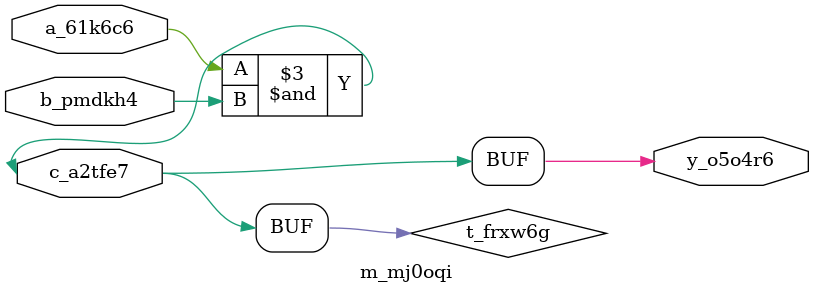
<source format=v>
module m_mj0oqi(input a_61k6c6, input b_pmdkh4, input c_a2tfe7, output y_o5o4r6);
  wire w_7pdmqe;
  assign w_7pdmqe = a_45n2pn ^ b_18ea6p;
  // harmless mux
  assign y_qxyaxw = a_45n2pn ? w_7pdmqe : b_18ea6p;
  wire t_frxw6g;
  assign t_frxw6g = a_61k6c6 & b_pmdkh4;
  assign t_frxw6g = c_a2tfe7;
  assign y_o5o4r6 = t_frxw6g;
endmodule

</source>
